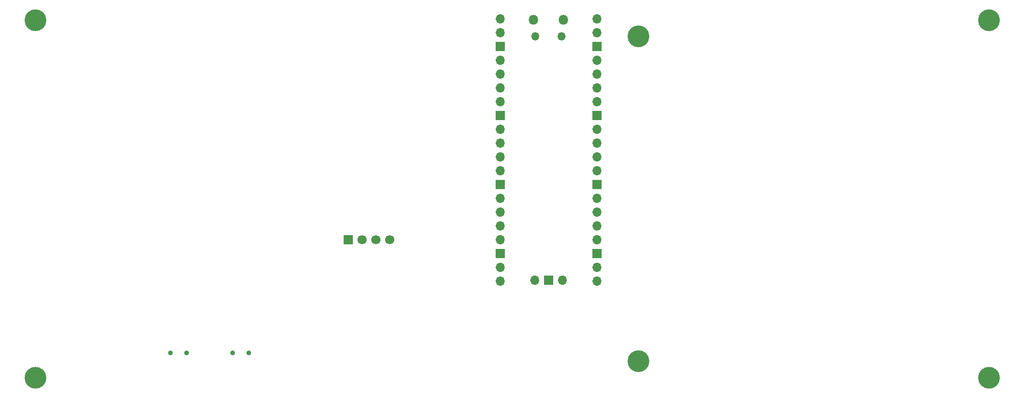
<source format=gbr>
%TF.GenerationSoftware,KiCad,Pcbnew,7.0.2-0*%
%TF.CreationDate,2023-12-08T09:20:59-06:00*%
%TF.ProjectId,CowPi-mk4b-natural,436f7750-692d-46d6-9b34-622d6e617475,mk4b*%
%TF.SameCoordinates,Original*%
%TF.FileFunction,Soldermask,Bot*%
%TF.FilePolarity,Negative*%
%FSLAX46Y46*%
G04 Gerber Fmt 4.6, Leading zero omitted, Abs format (unit mm)*
G04 Created by KiCad (PCBNEW 7.0.2-0) date 2023-12-08 09:20:59*
%MOMM*%
%LPD*%
G01*
G04 APERTURE LIST*
%ADD10O,1.800000X1.800000*%
%ADD11O,1.500000X1.500000*%
%ADD12O,1.700000X1.700000*%
%ADD13R,1.700000X1.700000*%
%ADD14C,4.000000*%
%ADD15C,0.900025*%
%ADD16C,1.700000*%
G04 APERTURE END LIST*
D10*
%TO.C,U45*%
X142055000Y-62360000D03*
D11*
X142355000Y-65390000D03*
X147205000Y-65390000D03*
D10*
X147505000Y-62360000D03*
D12*
X135890000Y-62230000D03*
X135890000Y-64770000D03*
D13*
X135890000Y-67310000D03*
D12*
X135890000Y-69850000D03*
X135890000Y-72390000D03*
X135890000Y-74930000D03*
X135890000Y-77470000D03*
D13*
X135890000Y-80010000D03*
D12*
X135890000Y-82550000D03*
X135890000Y-85090000D03*
X135890000Y-87630000D03*
X135890000Y-90170000D03*
D13*
X135890000Y-92710000D03*
D12*
X135890000Y-95250000D03*
X135890000Y-97790000D03*
X135890000Y-100330000D03*
X135890000Y-102870000D03*
D13*
X135890000Y-105410000D03*
D12*
X135890000Y-107950000D03*
X135890000Y-110490000D03*
X153670000Y-110490000D03*
X153670000Y-107950000D03*
D13*
X153670000Y-105410000D03*
D12*
X153670000Y-102870000D03*
X153670000Y-100330000D03*
X153670000Y-97790000D03*
X153670000Y-95250000D03*
D13*
X153670000Y-92710000D03*
D12*
X153670000Y-90170000D03*
X153670000Y-87630000D03*
X153670000Y-85090000D03*
X153670000Y-82550000D03*
D13*
X153670000Y-80010000D03*
D12*
X153670000Y-77470000D03*
X153670000Y-74930000D03*
X153670000Y-72390000D03*
X153670000Y-69850000D03*
D13*
X153670000Y-67310000D03*
D12*
X153670000Y-64770000D03*
X153670000Y-62230000D03*
X142240000Y-110260000D03*
D13*
X144780000Y-110260000D03*
D12*
X147320000Y-110260000D03*
%TD*%
D14*
%TO.C,H4*%
X225720656Y-62442701D03*
%TD*%
%TO.C,H1*%
X50460656Y-128212701D03*
%TD*%
D15*
%TO.C,U35*%
X75280318Y-123652650D03*
X78280318Y-123652650D03*
%TD*%
D14*
%TO.C,H3*%
X50460656Y-62442701D03*
%TD*%
%TO.C,H6*%
X161290000Y-125212701D03*
%TD*%
%TO.C,H5*%
X161290000Y-65442701D03*
%TD*%
D13*
%TO.C,J1*%
X107949984Y-102870000D03*
D16*
X110489989Y-102870000D03*
X113029995Y-102870000D03*
X115570000Y-102870000D03*
%TD*%
D14*
%TO.C,H2*%
X225720656Y-128212701D03*
%TD*%
D15*
%TO.C,U36*%
X86710318Y-123652650D03*
X89710318Y-123652650D03*
%TD*%
M02*

</source>
